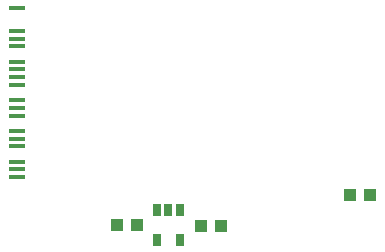
<source format=gbp>
G04 EAGLE Gerber X2 export*
%TF.Part,Single*%
%TF.FileFunction,Other,padmask bottom*%
%TF.FilePolarity,Positive*%
%TF.GenerationSoftware,Autodesk,EAGLE,9.6.2*%
%TF.CreationDate,2022-04-17T12:17:04Z*%
G75*
%MOMM*%
%FSLAX34Y34*%
%LPD*%
%INpadmask bottom*%
%AMOC8*
5,1,8,0,0,1.08239X$1,22.5*%
G01*
%ADD10R,1.350000X0.450000*%
%ADD11R,1.000000X1.100000*%
%ADD12R,0.690000X0.990000*%
%ADD13R,1.100000X1.000000*%


D10*
X2000Y91000D03*
X2000Y84500D03*
X2000Y78000D03*
X2000Y65000D03*
X2000Y58500D03*
X2000Y52000D03*
X2000Y45500D03*
X2000Y32500D03*
X2000Y26000D03*
X2000Y19500D03*
X2000Y6500D03*
X2000Y0D03*
X2000Y-6500D03*
X2000Y-19500D03*
X2000Y-26000D03*
X2000Y-32500D03*
X2000Y110500D03*
D11*
X157500Y-74000D03*
X174500Y-74000D03*
X283500Y-48000D03*
X300500Y-48000D03*
D12*
X120500Y-60100D03*
X130000Y-60100D03*
X139500Y-60100D03*
X139500Y-86000D03*
X120500Y-86000D03*
D13*
X103500Y-73000D03*
X86500Y-73000D03*
M02*

</source>
